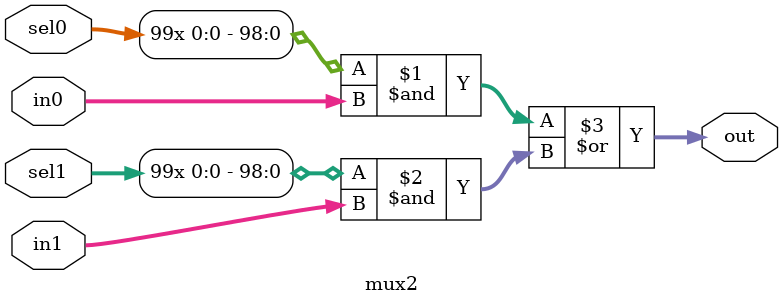
<source format=v>
/*
  Copyright (C) 2013 Adapteva, Inc.
  Contributed by Andreas Olofsson <support@adapteva.com>

  This program is free software: you can redistribute it and/or modify
  it under the terms of the GNU General Public License as published by
  the Free Software Foundation, either version 3 of the License, or
  (at your option) any later version.

  This program is distributed in the hope that it will be useful,
  but WITHOUT ANY WARRANTY; without even the implied warranty of
  MERCHANTABILITY or FITNESS FOR A PARTICULAR PURPOSE.  See the
  GNU General Public License for more details.

  You should have received a copy of the GNU General Public License
  along with this program (see the file COPYING).  If not, see
  <http://www.gnu.org/licenses/>.
*/

module mux2(/*AUTOARG*/
   // Outputs
   out,
   // Inputs
   in0, in1, sel0, sel1
   );

   parameter DW=99;
   
   //data inputs
   input [DW-1:0]  in0;
   input [DW-1:0]  in1;
   
   //select inputs
   input  sel0;
   input  sel1;

   output [DW-1:0] out;
   
   assign out[DW-1:0] = ({(DW){sel0}} & in0[DW-1:0] |
			 {(DW){sel1}} & in1[DW-1:0]);
   
			
   //making sure that selects are really one hot
   always @*
     if((sel0+sel1>1) && ($time>0))
       $display("ERROR>>Arbitration failure in cell %m");
  
   
endmodule // mux2

</source>
